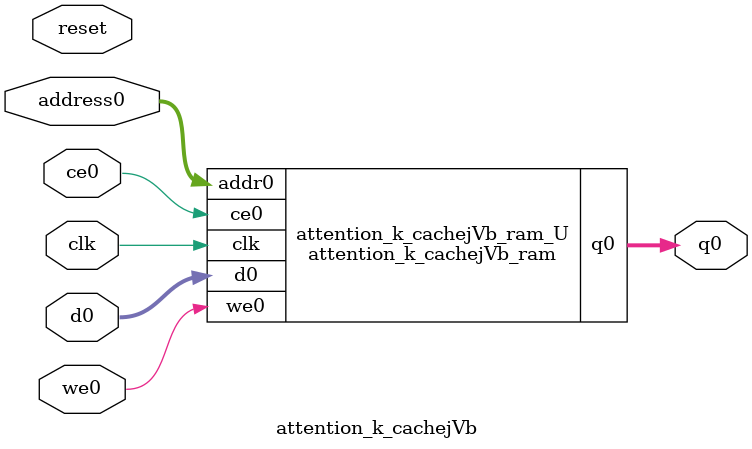
<source format=v>
`timescale 1 ns / 1 ps
module attention_k_cachejVb_ram (addr0, ce0, d0, we0, q0,  clk);

parameter DWIDTH = 38;
parameter AWIDTH = 14;
parameter MEM_SIZE = 9216;

input[AWIDTH-1:0] addr0;
input ce0;
input[DWIDTH-1:0] d0;
input we0;
output reg[DWIDTH-1:0] q0;
input clk;

(* ram_style = "block" *)reg [DWIDTH-1:0] ram[0:MEM_SIZE-1];




always @(posedge clk)  
begin 
    if (ce0) begin
        if (we0) 
            ram[addr0] <= d0; 
        q0 <= ram[addr0];
    end
end


endmodule

`timescale 1 ns / 1 ps
module attention_k_cachejVb(
    reset,
    clk,
    address0,
    ce0,
    we0,
    d0,
    q0);

parameter DataWidth = 32'd38;
parameter AddressRange = 32'd9216;
parameter AddressWidth = 32'd14;
input reset;
input clk;
input[AddressWidth - 1:0] address0;
input ce0;
input we0;
input[DataWidth - 1:0] d0;
output[DataWidth - 1:0] q0;



attention_k_cachejVb_ram attention_k_cachejVb_ram_U(
    .clk( clk ),
    .addr0( address0 ),
    .ce0( ce0 ),
    .we0( we0 ),
    .d0( d0 ),
    .q0( q0 ));

endmodule


</source>
